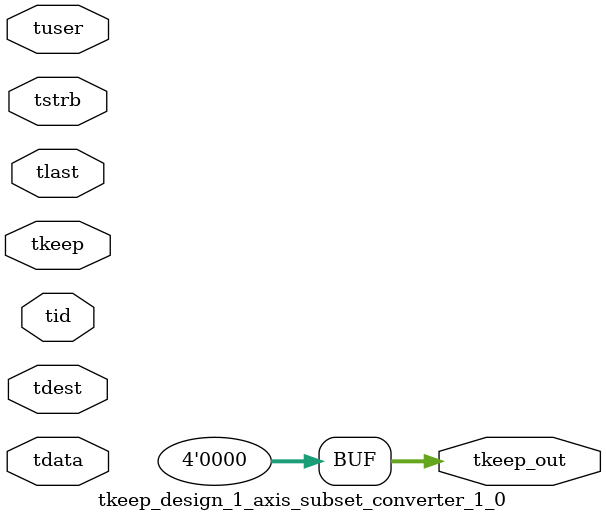
<source format=v>


`timescale 1ps/1ps

module tkeep_design_1_axis_subset_converter_1_0 #
(
parameter C_S_AXIS_TDATA_WIDTH = 32,
parameter C_S_AXIS_TUSER_WIDTH = 0,
parameter C_S_AXIS_TID_WIDTH   = 0,
parameter C_S_AXIS_TDEST_WIDTH = 0,
parameter C_M_AXIS_TDATA_WIDTH = 32
)
(
input  [(C_S_AXIS_TDATA_WIDTH == 0 ? 1 : C_S_AXIS_TDATA_WIDTH)-1:0     ] tdata,
input  [(C_S_AXIS_TUSER_WIDTH == 0 ? 1 : C_S_AXIS_TUSER_WIDTH)-1:0     ] tuser,
input  [(C_S_AXIS_TID_WIDTH   == 0 ? 1 : C_S_AXIS_TID_WIDTH)-1:0       ] tid,
input  [(C_S_AXIS_TDEST_WIDTH == 0 ? 1 : C_S_AXIS_TDEST_WIDTH)-1:0     ] tdest,
input  [(C_S_AXIS_TDATA_WIDTH/8)-1:0 ] tkeep,
input  [(C_S_AXIS_TDATA_WIDTH/8)-1:0 ] tstrb,
input                                                                    tlast,
output [(C_M_AXIS_TDATA_WIDTH/8)-1:0 ] tkeep_out
);

assign tkeep_out = {1'b0};

endmodule


</source>
